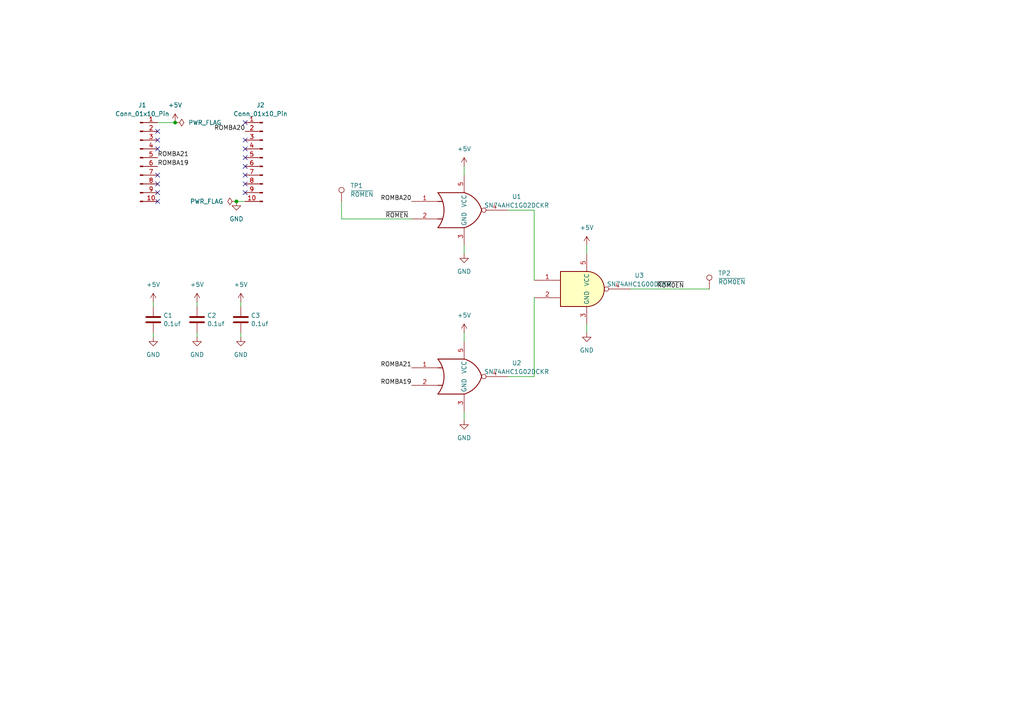
<source format=kicad_sch>
(kicad_sch (version 20231120) (generator "eeschema") (generator_version "8.0")
  (paper "A4")
  (lib_symbols
    (symbol "74xGxx:74AHCT1G00"
      (property "Reference" "U" (at -2.54 3.81 0))
      (property "Value" "74AHCT1G00" (at 0 -3.81 0))
      (symbol "74AHCT1G00_0_1"
        (arc (start 0 -5.08) (mid 5.0579 0) (end 0 5.08) (stroke (width 0.254)) (fill (type background)))
        (polyline (pts (xy 0 -5.08) (xy -7.62 -5.08) (xy -7.62 5.08) (xy 0 5.08)) (stroke (width 0.254)) (fill (type background)))
      )
      (symbol "74AHCT1G00_1_1"
        (pin input line (at -15.24 2.54 0) (length 7.62) (name "~") (number "1"))
        (pin input line (at -15.24 -2.54 0) (length 7.62) (name "~") (number "2"))
        (pin power_in line (at 0 -10.16 90) (length 5.08) (name "GND") (number "3"))
        (pin output inverted (at 12.7 0 180) (length 7.62) (name "~") (number "4"))
        (pin power_in line (at 0 10.16 270) (length 5.08) (name "VCC") (number "5"))
      )
    )
    (symbol "74xGxx:74AHCT1G02"
      (property "Reference" "U" (at -2.54 3.81 0))
      (property "Value" "74AHCT1G02" (at 0 -3.81 0))
      (symbol "74AHCT1G02_0_1"
        (arc (start -7.62 -5.08) (mid -5.838 0) (end -7.62 5.08) (stroke (width 0.254)))
        (arc (start 0 -5.08) (mid 3.1986 -3.2054) (end 5.08 0) (stroke (width 0.254)))
        (polyline (pts (xy -7.62 -2.54) (xy -6.35 -2.54)) (stroke (width 0.254)) (fill (type background)))
        (polyline (pts (xy -7.62 2.54) (xy -6.35 2.54)) (stroke (width 0.254)) (fill (type background)))
        (polyline (pts (xy 0 -5.08) (xy -7.62 -5.08)) (stroke (width 0.254)) (fill (type background)))
        (polyline (pts (xy 0 5.08) (xy -7.62 5.08)) (stroke (width 0.254)) (fill (type background)))
        (arc (start 5.08 0) (mid 3.2238 3.2304) (end 0 5.08) (stroke (width 0.254)))
      )
      (symbol "74AHCT1G02_1_1"
        (pin input line (at -15.24 2.54 0) (length 7.62) (name "~") (number "1"))
        (pin input line (at -15.24 -2.54 0) (length 7.62) (name "~") (number "2"))
        (pin power_in line (at 0 -10.16 90) (length 5.08) (name "GND") (number "3"))
        (pin output inverted (at 12.7 0 180) (length 7.62) (name "~") (number "4"))
        (pin power_in line (at 0 10.16 270) (length 5.08) (name "VCC") (number "5"))
      )
    )
    (symbol "Connector:Conn_01x10_Pin" (pin_names (offset 1.016) hide)
      (property "Reference" "J" (at 0 12.7 0))
      (property "Value" "Conn_01x10_Pin" (at 0 -15.24 0))
      (symbol "Conn_01x10_Pin_1_1"
        (polyline (pts (xy 1.27 -12.7) (xy 0.8636 -12.7)) (stroke (width 0.1524)))
        (polyline (pts (xy 1.27 -10.16) (xy 0.8636 -10.16)) (stroke (width 0.1524)))
        (polyline (pts (xy 1.27 -7.62) (xy 0.8636 -7.62)) (stroke (width 0.1524)))
        (polyline (pts (xy 1.27 -5.08) (xy 0.8636 -5.08)) (stroke (width 0.1524)))
        (polyline (pts (xy 1.27 -2.54) (xy 0.8636 -2.54)) (stroke (width 0.1524)))
        (polyline (pts (xy 1.27 0) (xy 0.8636 0)) (stroke (width 0.1524)))
        (polyline (pts (xy 1.27 2.54) (xy 0.8636 2.54)) (stroke (width 0.1524)))
        (polyline (pts (xy 1.27 5.08) (xy 0.8636 5.08)) (stroke (width 0.1524)))
        (polyline (pts (xy 1.27 7.62) (xy 0.8636 7.62)) (stroke (width 0.1524)))
        (polyline (pts (xy 1.27 10.16) (xy 0.8636 10.16)) (stroke (width 0.1524)))
        (rectangle (start 0.8636 -12.573) (end 0 -12.827) (stroke (width 0.1524)) (fill (type outline)))
        (rectangle (start 0.8636 -10.033) (end 0 -10.287) (stroke (width 0.1524)) (fill (type outline)))
        (rectangle (start 0.8636 -7.493) (end 0 -7.747) (stroke (width 0.1524)) (fill (type outline)))
        (rectangle (start 0.8636 -4.953) (end 0 -5.207) (stroke (width 0.1524)) (fill (type outline)))
        (rectangle (start 0.8636 -2.413) (end 0 -2.667) (stroke (width 0.1524)) (fill (type outline)))
        (rectangle (start 0.8636 0.127) (end 0 -0.127) (stroke (width 0.1524)) (fill (type outline)))
        (rectangle (start 0.8636 2.667) (end 0 2.413) (stroke (width 0.1524)) (fill (type outline)))
        (rectangle (start 0.8636 5.207) (end 0 4.953) (stroke (width 0.1524)) (fill (type outline)))
        (rectangle (start 0.8636 7.747) (end 0 7.493) (stroke (width 0.1524)) (fill (type outline)))
        (rectangle (start 0.8636 10.287) (end 0 10.033) (stroke (width 0.1524)) (fill (type outline)))
        (pin passive line (at 5.08 10.16 180) (length 3.81) (name "Pin_1") (number "1"))
        (pin passive line (at 5.08 -12.7 180) (length 3.81) (name "Pin_10") (number "10"))
        (pin passive line (at 5.08 7.62 180) (length 3.81) (name "Pin_2") (number "2"))
        (pin passive line (at 5.08 5.08 180) (length 3.81) (name "Pin_3") (number "3"))
        (pin passive line (at 5.08 2.54 180) (length 3.81) (name "Pin_4") (number "4"))
        (pin passive line (at 5.08 0 180) (length 3.81) (name "Pin_5") (number "5"))
        (pin passive line (at 5.08 -2.54 180) (length 3.81) (name "Pin_6") (number "6"))
        (pin passive line (at 5.08 -5.08 180) (length 3.81) (name "Pin_7") (number "7"))
        (pin passive line (at 5.08 -7.62 180) (length 3.81) (name "Pin_8") (number "8"))
        (pin passive line (at 5.08 -10.16 180) (length 3.81) (name "Pin_9") (number "9"))
      )
    )
    (symbol "Connector:TestPoint" (pin_numbers hide) (pin_names (offset 0.762) hide)
      (property "Reference" "TP" (at 0 6.858 0))
      (property "Value" "TestPoint" (at 0 5.08 0))
      (symbol "TestPoint_0_1"
        (circle (center 0 3.302) (radius 0.762))
      )
      (symbol "TestPoint_1_1"
        (pin passive line (at 0 0 90) (length 2.54) (name "1") (number "1"))
      )
    )
    (symbol "Device:C" (pin_numbers hide) (pin_names (offset 0.254))
      (property "Reference" "C" (at 0.635 2.54 0))
      (property "Value" "C" (at 0.635 -2.54 0))
      (symbol "C_0_1"
        (polyline (pts (xy -2.032 -0.762) (xy 2.032 -0.762)) (stroke (width 0.508)))
        (polyline (pts (xy -2.032 0.762) (xy 2.032 0.762)) (stroke (width 0.508)))
      )
      (symbol "C_1_1"
        (pin passive line (at 0 3.81 270) (length 2.794) (name "~") (number "1"))
        (pin passive line (at 0 -3.81 90) (length 2.794) (name "~") (number "2"))
      )
    )
    (symbol "power:+5V" (power) (pin_numbers hide) (pin_names (offset 0) hide)
      (property "Value" "+5V" (at 0 3.556 0))
      (symbol "+5V_0_1"
        (polyline (pts (xy -0.762 1.27) (xy 0 2.54)))
        (polyline (pts (xy 0 0) (xy 0 2.54)))
        (polyline (pts (xy 0 2.54) (xy 0.762 1.27)))
      )
      (symbol "+5V_1_1"
        (pin power_in line (at 0 0 90) (length 0) (name "~") (number "1"))
      )
    )
    (symbol "power:GND" (power) (pin_numbers hide) (pin_names (offset 0) hide)
      (property "Value" "GND" (at 0 -3.81 0))
      (symbol "GND_0_1"
        (polyline (pts (xy 0 0) (xy 0 -1.27) (xy 1.27 -1.27) (xy 0 -2.54) (xy -1.27 -1.27) (xy 0 -1.27)))
      )
      (symbol "GND_1_1"
        (pin power_in line (at 0 0 270) (length 0) (name "~") (number "1"))
      )
    )
    (symbol "power:PWR_FLAG" (power) (pin_numbers hide) (pin_names (offset 0) hide)
      (property "Value" "PWR_FLAG" (at 0 3.81 0))
      (symbol "PWR_FLAG_0_0"
        (pin power_out line (at 0 0 90) (length 0) (name "~") (number "1"))
      )
      (symbol "PWR_FLAG_0_1"
        (polyline (pts (xy 0 0) (xy 0 1.27) (xy -1.016 1.905) (xy 0 2.54) (xy 1.016 1.905) (xy 0 1.27)))
      )
    )
  )
  (junction (at 50.8 35.56))
  (junction (at 68.58 58.42))
  (no_connect (at 71.12 35.56))
  (no_connect (at 71.12 50.8))
  (no_connect (at 45.72 38.1))
  (no_connect (at 45.72 40.64))
  (no_connect (at 45.72 43.18))
  (no_connect (at 45.72 53.34))
  (no_connect (at 45.72 55.88))
  (no_connect (at 71.12 43.18))
  (no_connect (at 71.12 45.72))
  (no_connect (at 71.12 53.34))
  (no_connect (at 71.12 48.26))
  (no_connect (at 71.12 40.64))
  (no_connect (at 71.12 55.88))
  (no_connect (at 45.72 50.8))
  (no_connect (at 45.72 58.42))
  (wire (pts (xy 99.06 63.5) (xy 119.38 63.5)))
  (wire (pts (xy 57.15 97.79) (xy 57.15 96.52)))
  (wire (pts (xy 170.18 93.98) (xy 170.18 96.52)))
  (wire (pts (xy 44.45 87.63) (xy 44.45 88.9)))
  (wire (pts (xy 68.58 58.42) (xy 71.12 58.42)))
  (wire (pts (xy 154.94 86.36) (xy 154.94 109.22)))
  (wire (pts (xy 99.06 58.42) (xy 99.06 63.5)))
  (wire (pts (xy 69.85 88.9) (xy 69.85 87.63)))
  (wire (pts (xy 57.15 88.9) (xy 57.15 87.63)))
  (wire (pts (xy 134.62 96.52) (xy 134.62 99.06)))
  (wire (pts (xy 154.94 81.28) (xy 154.94 60.96)))
  (wire (pts (xy 182.88 83.82) (xy 205.74 83.82)))
  (wire (pts (xy 44.45 96.52) (xy 44.45 97.79)))
  (wire (pts (xy 134.62 48.26) (xy 134.62 50.8)))
  (wire (pts (xy 134.62 119.38) (xy 134.62 121.92)))
  (wire (pts (xy 154.94 60.96) (xy 147.32 60.96)))
  (wire (pts (xy 170.18 71.12) (xy 170.18 73.66)))
  (wire (pts (xy 69.85 97.79) (xy 69.85 96.52)))
  (wire (pts (xy 45.72 35.56) (xy 50.8 35.56)))
  (wire (pts (xy 154.94 109.22) (xy 147.32 109.22)))
  (wire (pts (xy 134.62 71.12) (xy 134.62 73.66)))
  (label "ROMBA20" (at 119.38 58.42 180))
  (label "ROMBA21" (at 45.72 45.72 0))
  (label "ROMBA19" (at 119.38 111.76 180))
  (label "ROMBA20" (at 71.12 38.1 180))
  (label "~{ROM0EN}" (at 190.5 83.82 0))
  (label "~{ROMEN}" (at 111.76 63.5 0))
  (label "ROMBA19" (at 45.72 48.26 0))
  (label "ROMBA21" (at 119.38 106.68 180))
  (symbol (lib_id "Device:C") (at 69.85 92.71 0) (unit 1)
    (property "Reference" "C3" (at 72.771 91.4979 0) (effects (justify left)))
    (property "Value" "0.1uf" (at 72.771 93.9221 0) (effects (justify left)))
    (property "Footprint" "Capacitor_SMD:C_0402_1005Metric" (effects (hide yes)))
  )
  (symbol (lib_id "power:+5V") (at 69.85 87.63 0) (unit 1)
    (property "Reference" "#PWR013" (effects (hide yes)))
    (property "Value" "+5V" (at 69.85 82.55 0))
    (property "Description" "Power symbol creates a global label with name \"+5V\"" (effects (hide yes)))
  )
  (symbol (lib_id "power:GND") (at 134.62 121.92 0) (unit 1)
    (property "Reference" "#PWR06" (effects (hide yes)))
    (property "Value" "GND" (at 134.62 127 0))
    (property "Description" "Power symbol creates a global label with name \"GND\" , ground" (effects (hide yes)))
  )
  (symbol (lib_id "power:+5V") (at 44.45 87.63 0) (unit 1)
    (property "Reference" "#PWR010" (effects (hide yes)))
    (property "Value" "+5V" (at 44.45 82.55 0))
    (property "Description" "Power symbol creates a global label with name \"+5V\"" (effects (hide yes)))
  )
  (symbol (lib_id "power:GND") (at 68.58 58.42 0) (unit 1)
    (property "Reference" "#PWR02" (effects (hide yes)))
    (property "Value" "GND" (at 68.58 63.5 0))
    (property "Description" "Power symbol creates a global label with name \"GND\" , ground" (effects (hide yes)))
  )
  (symbol (lib_id "power:+5V") (at 57.15 87.63 0) (unit 1)
    (property "Reference" "#PWR011" (effects (hide yes)))
    (property "Value" "+5V" (at 57.15 82.55 0))
    (property "Description" "Power symbol creates a global label with name \"+5V\"" (effects (hide yes)))
  )
  (symbol (lib_id "74xGxx:74AHCT1G02") (at 134.62 60.96 0) (unit 1)
    (property "Reference" "U1" (at 149.86 57.0231 0))
    (property "Value" "SN74AHC1G02DCKR" (at 149.86 59.5631 0))
    (property "Footprint" "Package_TO_SOT_SMD:SOT-353_SC-70-5" (effects (hide yes)))
    (property "Datasheet" "http://www.ti.com/lit/sg/scyt129e/scyt129e.pdf" (effects (hide yes)))
  )
  (symbol (lib_id "74xGxx:74AHCT1G02") (at 134.62 109.22 0) (unit 1)
    (property "Reference" "U2" (at 149.86 105.2831 0))
    (property "Value" "SN74AHC1G02DCKR" (at 149.86 107.8231 0))
    (property "Footprint" "Package_TO_SOT_SMD:SOT-353_SC-70-5" (effects (hide yes)))
    (property "Datasheet" "http://www.ti.com/lit/sg/scyt129e/scyt129e.pdf" (effects (hide yes)))
  )
  (symbol (lib_id "power:GND") (at 44.45 97.79 0) (unit 1)
    (property "Reference" "#PWR09" (effects (hide yes)))
    (property "Value" "GND" (at 44.45 102.87 0))
    (property "Description" "Power symbol creates a global label with name \"GND\" , ground" (effects (hide yes)))
  )
  (symbol (lib_id "power:+5V") (at 134.62 48.26 0) (unit 1)
    (property "Reference" "#PWR03" (effects (hide yes)))
    (property "Value" "+5V" (at 134.62 43.18 0))
    (property "Description" "Power symbol creates a global label with name \"+5V\"" (effects (hide yes)))
  )
  (symbol (lib_id "power:+5V") (at 50.8 35.56 0) (unit 1)
    (property "Reference" "#PWR01" (effects (hide yes)))
    (property "Value" "+5V" (at 50.8 30.48 0))
    (property "Description" "Power symbol creates a global label with name \"+5V\"" (effects (hide yes)))
  )
  (symbol (lib_id "Connector:Conn_01x10_Pin") (at 40.64 45.72 0) (unit 1) (in_bom no)
    (property "Reference" "J1" (at 41.275 30.48 0))
    (property "Value" "Conn_01x10_Pin" (at 41.275 33.02 0))
    (property "Footprint" "Connector_PinHeader_2.54mm:PinHeader_1x10_P2.54mm_Vertical" (effects (hide yes)))
  )
  (symbol (lib_id "Connector:TestPoint") (at 205.74 83.82 0) (unit 1) (in_bom no)
    (property "Reference" "TP2" (at 208.28 79.248 0) (effects (justify left)))
    (property "Value" "~{ROM0EN}" (at 208.28 81.788 0) (effects (justify left)))
    (property "Footprint" "TestPoint:TestPoint_Pad_D2.5mm" (effects (hide yes)))
  )
  (symbol (lib_id "power:+5V") (at 170.18 71.12 0) (unit 1)
    (property "Reference" "#PWR07" (effects (hide yes)))
    (property "Value" "+5V" (at 170.18 66.04 0))
    (property "Description" "Power symbol creates a global label with name \"+5V\"" (effects (hide yes)))
  )
  (symbol (lib_id "power:GND") (at 134.62 73.66 0) (unit 1)
    (property "Reference" "#PWR05" (effects (hide yes)))
    (property "Value" "GND" (at 134.62 78.74 0))
    (property "Description" "Power symbol creates a global label with name \"GND\" , ground" (effects (hide yes)))
  )
  (symbol (lib_id "power:+5V") (at 134.62 96.52 0) (unit 1)
    (property "Reference" "#PWR04" (effects (hide yes)))
    (property "Value" "+5V" (at 134.62 91.44 0))
    (property "Description" "Power symbol creates a global label with name \"+5V\"" (effects (hide yes)))
  )
  (symbol (lib_id "power:PWR_FLAG") (at 68.58 58.42 90) (unit 1)
    (property "Reference" "#FLG02" (effects (hide yes)))
    (property "Value" "PWR_FLAG" (at 64.77 58.42 90) (effects (justify left)))
    (property "Description" "Special symbol for telling ERC where power comes from" (effects (hide yes)))
  )
  (symbol (lib_id "74xGxx:74AHCT1G00") (at 170.18 83.82 0) (unit 1)
    (property "Reference" "U3" (at 185.42 79.8831 0))
    (property "Value" "SN74AHC1G00DCKR" (at 185.42 82.4231 0))
    (property "Footprint" "Package_TO_SOT_SMD:SOT-353_SC-70-5" (effects (hide yes)))
    (property "Datasheet" "http://www.ti.com/lit/sg/scyt129e/scyt129e.pdf" (effects (hide yes)))
  )
  (symbol (lib_id "Device:C") (at 44.45 92.71 0) (unit 1)
    (property "Reference" "C1" (at 47.371 91.4979 0) (effects (justify left)))
    (property "Value" "0.1uf" (at 47.371 93.9221 0) (effects (justify left)))
    (property "Footprint" "Capacitor_SMD:C_0402_1005Metric" (effects (hide yes)))
  )
  (symbol (lib_id "power:GND") (at 57.15 97.79 0) (unit 1)
    (property "Reference" "#PWR012" (effects (hide yes)))
    (property "Value" "GND" (at 57.15 102.87 0))
    (property "Description" "Power symbol creates a global label with name \"GND\" , ground" (effects (hide yes)))
  )
  (symbol (lib_id "Connector:Conn_01x10_Pin") (at 76.2 45.72 0) (mirror y) (unit 1) (in_bom no)
    (property "Reference" "J2" (at 75.565 30.48 0))
    (property "Value" "Conn_01x10_Pin" (at 75.565 33.02 0))
    (property "Footprint" "Connector_PinHeader_2.54mm:PinHeader_1x10_P2.54mm_Vertical" (effects (hide yes)))
  )
  (symbol (lib_id "power:PWR_FLAG") (at 50.8 35.56 270) (unit 1)
    (property "Reference" "#FLG01" (effects (hide yes)))
    (property "Value" "PWR_FLAG" (at 54.61 35.56 90) (effects (justify left)))
    (property "Description" "Special symbol for telling ERC where power comes from" (effects (hide yes)))
  )
  (symbol (lib_id "power:GND") (at 170.18 96.52 0) (unit 1)
    (property "Reference" "#PWR08" (effects (hide yes)))
    (property "Value" "GND" (at 170.18 101.6 0))
    (property "Description" "Power symbol creates a global label with name \"GND\" , ground" (effects (hide yes)))
  )
  (symbol (lib_id "power:GND") (at 69.85 97.79 0) (unit 1)
    (property "Reference" "#PWR014" (effects (hide yes)))
    (property "Value" "GND" (at 69.85 102.87 0))
    (property "Description" "Power symbol creates a global label with name \"GND\" , ground" (effects (hide yes)))
  )
  (symbol (lib_id "Connector:TestPoint") (at 99.06 58.42 0) (unit 1) (in_bom no)
    (property "Reference" "TP1" (at 101.6 53.848 0) (effects (justify left)))
    (property "Value" "~{ROMEN}" (at 101.6 56.388 0) (effects (justify left)))
    (property "Footprint" "TestPoint:TestPoint_Pad_D2.5mm" (effects (hide yes)))
  )
  (symbol (lib_id "Device:C") (at 57.15 92.71 0) (unit 1)
    (property "Reference" "C2" (at 60.071 91.4979 0) (effects (justify left)))
    (property "Value" "0.1uf" (at 60.071 93.9221 0) (effects (justify left)))
    (property "Footprint" "Capacitor_SMD:C_0402_1005Metric" (effects (hide yes)))
  )
)
</source>
